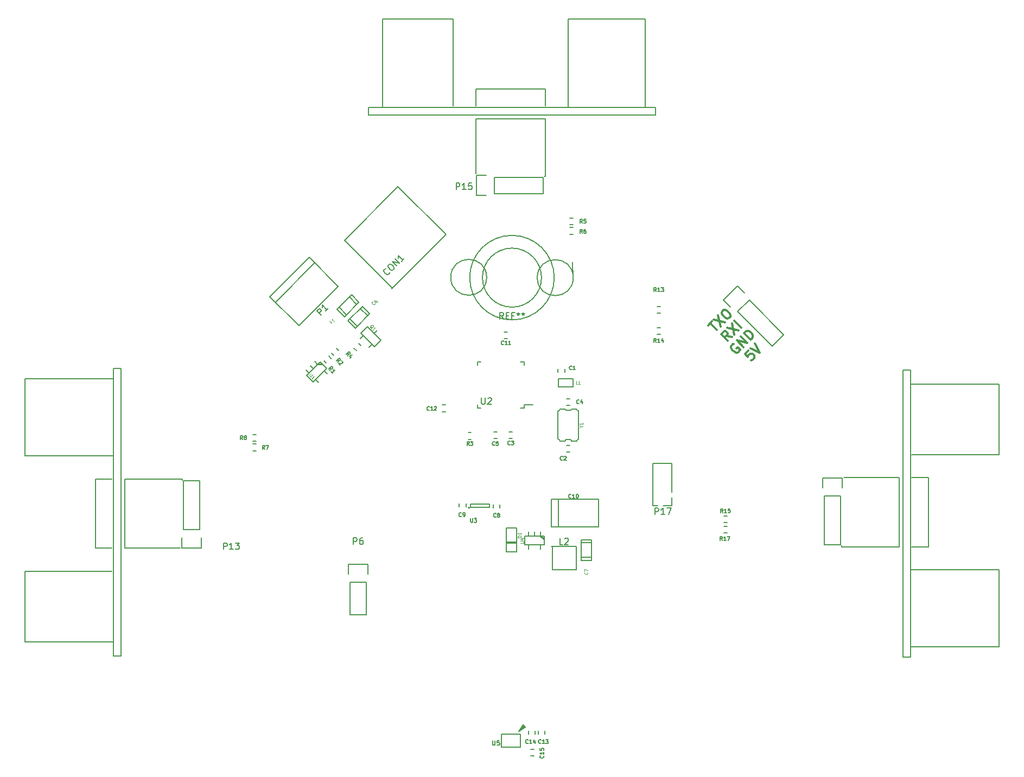
<source format=gbr>
G04 #@! TF.FileFunction,Legend,Top*
%FSLAX46Y46*%
G04 Gerber Fmt 4.6, Leading zero omitted, Abs format (unit mm)*
G04 Created by KiCad (PCBNEW (2015-07-04 BZR 5884, Git c1bbf3e)-product) date 02/05/2016 12:26:27 PM*
%MOMM*%
G01*
G04 APERTURE LIST*
%ADD10C,0.100000*%
%ADD11C,0.300000*%
%ADD12C,0.150000*%
%ADD13C,0.127000*%
%ADD14C,0.119380*%
%ADD15C,0.114300*%
%ADD16C,0.125000*%
G04 APERTURE END LIST*
D10*
D11*
X170609872Y-131837284D02*
X171215964Y-131231192D01*
X171973579Y-132594898D02*
X170912919Y-131534237D01*
X171468502Y-130978654D02*
X173236269Y-131332207D01*
X172175609Y-130271547D02*
X172529162Y-132039314D01*
X172781700Y-129665456D02*
X172983730Y-129463426D01*
X173135254Y-129412918D01*
X173337284Y-129412918D01*
X173589822Y-129564441D01*
X173943375Y-129917994D01*
X174094899Y-130170533D01*
X174094899Y-130372563D01*
X174044390Y-130524086D01*
X173842360Y-130726116D01*
X173690838Y-130776624D01*
X173488807Y-130776624D01*
X173236268Y-130625101D01*
X172882715Y-130271548D01*
X172731193Y-130019009D01*
X172731193Y-129816979D01*
X172781700Y-129665456D01*
X174301980Y-133660608D02*
X173443351Y-133509086D01*
X173695888Y-134266700D02*
X172635228Y-133206040D01*
X173039289Y-132801979D01*
X173190813Y-132751471D01*
X173291828Y-132751472D01*
X173443351Y-132801979D01*
X173594873Y-132953502D01*
X173645381Y-133105025D01*
X173645381Y-133206040D01*
X173594873Y-133357564D01*
X173190813Y-133761624D01*
X173594873Y-132246395D02*
X175362640Y-132599948D01*
X174301980Y-131539288D02*
X174655533Y-133307055D01*
X175766701Y-132195888D02*
X174706041Y-131135227D01*
X174610076Y-134726320D02*
X174458553Y-134776827D01*
X174307030Y-134928350D01*
X174206015Y-135130380D01*
X174206015Y-135332411D01*
X174256523Y-135483934D01*
X174408046Y-135736473D01*
X174559568Y-135887995D01*
X174812107Y-136039518D01*
X174963629Y-136090026D01*
X175165660Y-136090025D01*
X175367690Y-135989010D01*
X175468705Y-135887995D01*
X175569721Y-135685965D01*
X175569721Y-135584949D01*
X175216168Y-135231396D01*
X175014137Y-135433427D01*
X176125305Y-135231396D02*
X175064645Y-134170735D01*
X176731396Y-134625304D01*
X175670736Y-133564644D01*
X177236473Y-134120228D02*
X176175813Y-133059567D01*
X176428351Y-132807029D01*
X176630381Y-132706015D01*
X176832412Y-132706014D01*
X176983935Y-132756522D01*
X177236474Y-132908045D01*
X177387996Y-133059567D01*
X177539519Y-133312106D01*
X177590027Y-133463629D01*
X177590026Y-133665660D01*
X177489011Y-133867689D01*
X177236473Y-134120228D01*
X176862716Y-135766776D02*
X176357640Y-136271852D01*
X176812208Y-136827436D01*
X176812209Y-136726421D01*
X176862716Y-136574898D01*
X177115255Y-136322360D01*
X177266778Y-136271853D01*
X177367793Y-136271852D01*
X177519315Y-136322360D01*
X177771853Y-136574898D01*
X177822361Y-136726421D01*
X177822361Y-136827436D01*
X177771853Y-136978959D01*
X177519315Y-137231497D01*
X177367793Y-137282005D01*
X177266777Y-137282005D01*
X177216269Y-135413223D02*
X178630483Y-136120330D01*
X177923376Y-134706116D01*
D12*
X108377199Y-121224097D02*
X102225370Y-127375926D01*
X112906218Y-125753116D02*
X106754389Y-131904945D01*
X106754389Y-131904945D02*
X102225370Y-127375926D01*
X103095111Y-128245668D02*
X109246940Y-122093839D01*
X108377199Y-121224097D02*
X112906218Y-125753116D01*
X141875000Y-144775000D02*
X141875000Y-144250000D01*
X134625000Y-144775000D02*
X134625000Y-144250000D01*
X134625000Y-137525000D02*
X134625000Y-138050000D01*
X141875000Y-137525000D02*
X141875000Y-138050000D01*
X141875000Y-144775000D02*
X141350000Y-144775000D01*
X141875000Y-137525000D02*
X141350000Y-137525000D01*
X134625000Y-137525000D02*
X135150000Y-137525000D01*
X134625000Y-144775000D02*
X135150000Y-144775000D01*
X141875000Y-144250000D02*
X143250000Y-144250000D01*
X146596401Y-124400000D02*
G75*
G03X146596401Y-124400000I-6596401J0D01*
G01*
X136050000Y-124350000D02*
G75*
G03X136050000Y-124350000I-2800000J0D01*
G01*
X149551785Y-124400000D02*
G75*
G03X149551785Y-124400000I-2801785J0D01*
G01*
X149500000Y-124400000D02*
X149450000Y-121950000D01*
X144606517Y-124400000D02*
G75*
G03X144606517Y-124400000I-4606517J0D01*
G01*
X147175000Y-138650000D02*
X147175000Y-139150000D01*
X148225000Y-139150000D02*
X148225000Y-138650000D01*
X149050000Y-150575000D02*
X148550000Y-150575000D01*
X148550000Y-151625000D02*
X149050000Y-151625000D01*
X140050000Y-148475000D02*
X139550000Y-148475000D01*
X139550000Y-149525000D02*
X140050000Y-149525000D01*
X149050000Y-143275000D02*
X148550000Y-143275000D01*
X148550000Y-144325000D02*
X149050000Y-144325000D01*
X137150000Y-149525000D02*
X137650000Y-149525000D01*
X137650000Y-148475000D02*
X137150000Y-148475000D01*
X137075000Y-159850000D02*
X137075000Y-160350000D01*
X138125000Y-160350000D02*
X138125000Y-159850000D01*
X132825000Y-160150000D02*
X132825000Y-159650000D01*
X131775000Y-159650000D02*
X131775000Y-160150000D01*
X139250000Y-132875000D02*
X138750000Y-132875000D01*
X138750000Y-133925000D02*
X139250000Y-133925000D01*
X129150000Y-145325000D02*
X129650000Y-145325000D01*
X129650000Y-144275000D02*
X129150000Y-144275000D01*
X145125000Y-195650000D02*
X145125000Y-195150000D01*
X144075000Y-195150000D02*
X144075000Y-195650000D01*
X143625000Y-195650000D02*
X143625000Y-195150000D01*
X142575000Y-195150000D02*
X142575000Y-195650000D01*
X143450000Y-197975000D02*
X142950000Y-197975000D01*
X142950000Y-199025000D02*
X143450000Y-199025000D01*
D13*
X113017041Y-129033487D02*
X114166513Y-130182959D01*
X115782959Y-128566513D02*
X114633487Y-127417041D01*
X116106249Y-128243224D02*
X114956776Y-127093751D01*
X114956776Y-127093751D02*
X112693751Y-129356776D01*
X112693751Y-129356776D02*
X113843224Y-130506249D01*
X113843224Y-130506249D02*
X116106249Y-128243224D01*
X149543000Y-141435000D02*
X147257000Y-141435000D01*
X147257000Y-141435000D02*
X147257000Y-140165000D01*
X147257000Y-140165000D02*
X149543000Y-140165000D01*
X149543000Y-140165000D02*
X149543000Y-141435000D01*
D12*
X146104027Y-166296367D02*
X150004027Y-166296367D01*
X150004027Y-166296367D02*
X150004027Y-169996367D01*
X150004027Y-169996367D02*
X146304027Y-169996367D01*
X146304027Y-169996367D02*
X146304027Y-166296367D01*
X110651992Y-137394454D02*
X111005546Y-137748008D01*
X111748008Y-137005546D02*
X111394454Y-136651992D01*
X112948008Y-135805546D02*
X112594454Y-135451992D01*
X111851992Y-136194454D02*
X112205546Y-136548008D01*
X133650000Y-148575000D02*
X133150000Y-148575000D01*
X133150000Y-149625000D02*
X133650000Y-149625000D01*
X115351992Y-135394454D02*
X115705546Y-135748008D01*
X116448008Y-135005546D02*
X116094454Y-134651992D01*
D13*
X109607763Y-138004409D02*
X110523749Y-138004409D01*
X109715526Y-137896646D02*
X110415986Y-137896646D01*
X109320395Y-140267433D02*
X109787368Y-140734407D01*
X110667433Y-138920395D02*
X111134407Y-139387368D01*
X109006086Y-138606086D02*
X108539113Y-138139113D01*
X108332567Y-139279605D02*
X107865593Y-138812632D01*
X109679605Y-137932567D02*
X109212632Y-137465593D01*
X111053584Y-138534244D02*
X108934244Y-140653584D01*
X108934244Y-140653584D02*
X107946416Y-139665756D01*
X107946416Y-139665756D02*
X110065756Y-137546416D01*
X110065756Y-137546416D02*
X111053584Y-138534244D01*
D12*
X133400000Y-160300000D02*
G75*
G03X133400000Y-160300000I-100000J0D01*
G01*
X133550000Y-159750000D02*
X133550000Y-160250000D01*
X136450000Y-159750000D02*
X133550000Y-159750000D01*
X136450000Y-160250000D02*
X136450000Y-159750000D01*
X133550000Y-160250000D02*
X136450000Y-160250000D01*
D13*
X144354927Y-164697867D02*
X145002627Y-165345567D01*
X144507327Y-164697867D02*
X145002627Y-165193167D01*
X142551527Y-166094867D02*
X142551527Y-166755267D01*
X144456527Y-166094867D02*
X144456527Y-166755267D01*
X143504027Y-164697867D02*
X143504027Y-164037467D01*
X142551527Y-164697867D02*
X142551527Y-164037467D01*
X144456527Y-164697867D02*
X144456527Y-164037467D01*
X145002627Y-166094867D02*
X142005427Y-166094867D01*
X142005427Y-166094867D02*
X142005427Y-164697867D01*
X142005427Y-164697867D02*
X145002627Y-164697867D01*
X145002627Y-164697867D02*
X145002627Y-166094867D01*
D12*
X150400000Y-149600000D02*
G75*
G03X150100000Y-149900000I0J-300000D01*
G01*
X150100000Y-144900000D02*
G75*
G03X150400000Y-145200000I300000J0D01*
G01*
X150400000Y-145200000D02*
X150400000Y-149600000D01*
X149300000Y-144900000D02*
X150100000Y-144900000D01*
X149300000Y-149900000D02*
X150100000Y-149900000D01*
X148400000Y-149700000D02*
X149200000Y-149700000D01*
X148400000Y-149700000D02*
X148300000Y-149900000D01*
X149200000Y-149700000D02*
X149300000Y-149900000D01*
X147500000Y-149900000D02*
X148300000Y-149900000D01*
X147500000Y-149900000D02*
G75*
G03X147200000Y-149600000I-300000J0D01*
G01*
X147200000Y-145200000D02*
X147200000Y-149600000D01*
X147500000Y-144900000D02*
X148300000Y-144900000D01*
X147200000Y-145200000D02*
G75*
G03X147500000Y-144900000I0J300000D01*
G01*
X148300000Y-144900000D02*
X148400000Y-145100000D01*
X149300000Y-144900000D02*
X149200000Y-145100000D01*
X148400000Y-145100000D02*
X149200000Y-145100000D01*
D13*
X140704127Y-165650467D02*
X139103927Y-165650467D01*
X139103927Y-165723467D02*
X140704127Y-165723467D01*
X140704127Y-165796467D02*
X139103927Y-165796467D01*
X140704127Y-167150567D02*
X140704127Y-163442167D01*
X140704127Y-163442167D02*
X139103927Y-163442167D01*
X139103927Y-163442167D02*
X139103927Y-167150567D01*
X139103927Y-167150567D02*
X140704127Y-167150567D01*
D12*
X147260000Y-163259000D02*
X147260000Y-158941000D01*
X153483000Y-163259000D02*
X153483000Y-158941000D01*
X153483000Y-158941000D02*
X146117000Y-158941000D01*
X146117000Y-158941000D02*
X146117000Y-163259000D01*
X146117000Y-163259000D02*
X153483000Y-163259000D01*
D13*
X150791227Y-168039367D02*
X152416827Y-168039367D01*
X152416827Y-165753367D02*
X150791227Y-165753367D01*
X152416827Y-165296167D02*
X150791227Y-165296167D01*
X150791227Y-165296167D02*
X150791227Y-168496567D01*
X150791227Y-168496567D02*
X152416827Y-168496567D01*
X152416827Y-168496567D02*
X152416827Y-165296167D01*
D12*
X77600000Y-166600000D02*
X75000000Y-166600000D01*
X75000000Y-166600000D02*
X75000000Y-155800000D01*
X75000000Y-155800000D02*
X77600000Y-155800000D01*
X77800000Y-140200000D02*
X64000000Y-140200000D01*
X64000000Y-140200000D02*
X64000000Y-152200000D01*
X64000000Y-152200000D02*
X77800000Y-152200000D01*
X77800000Y-181200000D02*
X64000000Y-181200000D01*
X64000000Y-181200000D02*
X64000000Y-170200000D01*
X64000000Y-170200000D02*
X77600000Y-170200000D01*
X77800000Y-138600000D02*
X77800000Y-183400000D01*
X77800000Y-183400000D02*
X79000000Y-183400000D01*
X79000000Y-183400000D02*
X79000000Y-138600000D01*
X79000000Y-138600000D02*
X77800000Y-138600000D01*
X88200000Y-166600000D02*
X79600000Y-166600000D01*
X79600000Y-166600000D02*
X79600000Y-155800000D01*
X79600000Y-155800000D02*
X88600000Y-155800000D01*
X88600000Y-155800000D02*
X88600000Y-156000000D01*
X91270000Y-163730000D02*
X91270000Y-156110000D01*
X88730000Y-163730000D02*
X88730000Y-156110000D01*
X88450000Y-166550000D02*
X88450000Y-165000000D01*
X91270000Y-156110000D02*
X88730000Y-156110000D01*
X88730000Y-163730000D02*
X91270000Y-163730000D01*
X91550000Y-165000000D02*
X91550000Y-166550000D01*
X91550000Y-166550000D02*
X88450000Y-166550000D01*
X134400000Y-97600000D02*
X134400000Y-95000000D01*
X134400000Y-95000000D02*
X145200000Y-95000000D01*
X145200000Y-95000000D02*
X145200000Y-97600000D01*
X160800000Y-97800000D02*
X160800000Y-84000000D01*
X160800000Y-84000000D02*
X148800000Y-84000000D01*
X148800000Y-84000000D02*
X148800000Y-97800000D01*
X119800000Y-97800000D02*
X119800000Y-84000000D01*
X119800000Y-84000000D02*
X130800000Y-84000000D01*
X130800000Y-84000000D02*
X130800000Y-97600000D01*
X162400000Y-97800000D02*
X117600000Y-97800000D01*
X117600000Y-97800000D02*
X117600000Y-99000000D01*
X117600000Y-99000000D02*
X162400000Y-99000000D01*
X162400000Y-99000000D02*
X162400000Y-97800000D01*
X134400000Y-108200000D02*
X134400000Y-99600000D01*
X134400000Y-99600000D02*
X145200000Y-99600000D01*
X145200000Y-99600000D02*
X145200000Y-108600000D01*
X145200000Y-108600000D02*
X145000000Y-108600000D01*
X137270000Y-111270000D02*
X144890000Y-111270000D01*
X137270000Y-108730000D02*
X144890000Y-108730000D01*
X134450000Y-108450000D02*
X136000000Y-108450000D01*
X144890000Y-111270000D02*
X144890000Y-108730000D01*
X137270000Y-108730000D02*
X137270000Y-111270000D01*
X136000000Y-111550000D02*
X134450000Y-111550000D01*
X134450000Y-111550000D02*
X134450000Y-108450000D01*
X202400000Y-155590000D02*
X205000000Y-155590000D01*
X205000000Y-155590000D02*
X205000000Y-166390000D01*
X205000000Y-166390000D02*
X202400000Y-166390000D01*
X202200000Y-181990000D02*
X216000000Y-181990000D01*
X216000000Y-181990000D02*
X216000000Y-169990000D01*
X216000000Y-169990000D02*
X202200000Y-169990000D01*
X202200000Y-140990000D02*
X216000000Y-140990000D01*
X216000000Y-140990000D02*
X216000000Y-151990000D01*
X216000000Y-151990000D02*
X202400000Y-151990000D01*
X202200000Y-183590000D02*
X202200000Y-138790000D01*
X202200000Y-138790000D02*
X201000000Y-138790000D01*
X201000000Y-138790000D02*
X201000000Y-183590000D01*
X201000000Y-183590000D02*
X202200000Y-183590000D01*
X191800000Y-155590000D02*
X200400000Y-155590000D01*
X200400000Y-155590000D02*
X200400000Y-166390000D01*
X200400000Y-166390000D02*
X191400000Y-166390000D01*
X191400000Y-166390000D02*
X191400000Y-166190000D01*
X188730000Y-158460000D02*
X188730000Y-166080000D01*
X191270000Y-158460000D02*
X191270000Y-166080000D01*
X191550000Y-155640000D02*
X191550000Y-157190000D01*
X188730000Y-166080000D02*
X191270000Y-166080000D01*
X191270000Y-158460000D02*
X188730000Y-158460000D01*
X188450000Y-157190000D02*
X188450000Y-155640000D01*
X188450000Y-155640000D02*
X191550000Y-155640000D01*
X161970000Y-160000000D02*
X162770000Y-160000000D01*
X161970000Y-153350000D02*
X161970000Y-160000000D01*
X161970000Y-153350000D02*
X164920000Y-153350000D01*
X164920000Y-153350000D02*
X164920000Y-157900000D01*
X163570000Y-160000000D02*
X164920000Y-160000000D01*
X164920000Y-160000000D02*
X164920000Y-158700000D01*
D13*
X117482959Y-130366513D02*
X116333487Y-129217041D01*
X114717041Y-130833487D02*
X115866513Y-131982959D01*
X114393751Y-131156776D02*
X115543224Y-132306249D01*
X115543224Y-132306249D02*
X117806249Y-130043224D01*
X117806249Y-130043224D02*
X116656776Y-128893751D01*
X116656776Y-128893751D02*
X114393751Y-131156776D01*
X118179605Y-134767433D02*
X117712632Y-135234407D01*
X116832567Y-133420395D02*
X116365593Y-133887368D01*
X118493914Y-133106086D02*
X118960887Y-132639113D01*
X117434244Y-132046416D02*
X119553584Y-134165756D01*
X119553584Y-134165756D02*
X118565756Y-135153584D01*
X118565756Y-135153584D02*
X116446416Y-133034244D01*
X116446416Y-133034244D02*
X117434244Y-132046416D01*
D12*
X138350000Y-197650000D02*
X141350000Y-197650000D01*
X141350000Y-197650000D02*
X141350000Y-195650000D01*
X141350000Y-195650000D02*
X138350000Y-195650000D01*
X138350000Y-195650000D02*
X138350000Y-197650000D01*
X141050000Y-195200000D02*
X141800000Y-194250000D01*
X141050000Y-195200000D02*
X142000000Y-194450000D01*
X142075000Y-194525000D02*
X141725000Y-194175000D01*
X141725000Y-194175000D02*
X141050000Y-195200000D01*
X141050000Y-195200000D02*
X142075000Y-194525000D01*
X141050000Y-195200000D02*
X141900000Y-194350000D01*
X163150000Y-128875000D02*
X162650000Y-128875000D01*
X162650000Y-129925000D02*
X163150000Y-129925000D01*
X163150000Y-132175000D02*
X162650000Y-132175000D01*
X162650000Y-133225000D02*
X163150000Y-133225000D01*
X121210051Y-126160660D02*
X129695332Y-117675379D01*
X129695332Y-117675379D02*
X122200000Y-110180047D01*
X122200000Y-110180047D02*
X113856140Y-118594618D01*
X113856140Y-118594618D02*
X121316117Y-126054594D01*
X175207898Y-129703949D02*
X180596052Y-135092103D01*
X177003949Y-127907898D02*
X182392103Y-133296052D01*
X175207898Y-125715867D02*
X176303914Y-126811882D01*
X180596052Y-135092103D02*
X182392103Y-133296052D01*
X177003949Y-127907898D02*
X175207898Y-129703949D01*
X174111882Y-129003914D02*
X173015867Y-127907898D01*
X173015867Y-127907898D02*
X175207898Y-125715867D01*
X114730000Y-171930000D02*
X114730000Y-177010000D01*
X114730000Y-177010000D02*
X117270000Y-177010000D01*
X117270000Y-177010000D02*
X117270000Y-171930000D01*
X117550000Y-169110000D02*
X117550000Y-170660000D01*
X117270000Y-171930000D02*
X114730000Y-171930000D01*
X114450000Y-170660000D02*
X114450000Y-169110000D01*
X114450000Y-169110000D02*
X117550000Y-169110000D01*
X149550000Y-115075000D02*
X149050000Y-115075000D01*
X149050000Y-116125000D02*
X149550000Y-116125000D01*
X149050000Y-117625000D02*
X149550000Y-117625000D01*
X149550000Y-116575000D02*
X149050000Y-116575000D01*
X99550000Y-151425000D02*
X100050000Y-151425000D01*
X100050000Y-150375000D02*
X99550000Y-150375000D01*
X100050000Y-148875000D02*
X99550000Y-148875000D01*
X99550000Y-149925000D02*
X100050000Y-149925000D01*
X173550000Y-161575000D02*
X173050000Y-161575000D01*
X173050000Y-162625000D02*
X173550000Y-162625000D01*
X173050000Y-164225000D02*
X173550000Y-164225000D01*
X173550000Y-163175000D02*
X173050000Y-163175000D01*
X110237488Y-130281312D02*
X109530381Y-129574205D01*
X109799755Y-129304830D01*
X109900771Y-129271159D01*
X109968114Y-129271159D01*
X110069129Y-129304830D01*
X110170144Y-129405846D01*
X110203816Y-129506861D01*
X110203816Y-129574204D01*
X110170144Y-129675219D01*
X109900770Y-129944594D01*
X111314984Y-129203815D02*
X110910923Y-129607877D01*
X111112953Y-129405846D02*
X110405846Y-128698740D01*
X110439518Y-128867098D01*
X110439518Y-129001785D01*
X110405846Y-129102800D01*
X135238095Y-143152381D02*
X135238095Y-143961905D01*
X135285714Y-144057143D01*
X135333333Y-144104762D01*
X135428571Y-144152381D01*
X135619048Y-144152381D01*
X135714286Y-144104762D01*
X135761905Y-144057143D01*
X135809524Y-143961905D01*
X135809524Y-143152381D01*
X136238095Y-143247619D02*
X136285714Y-143200000D01*
X136380952Y-143152381D01*
X136619048Y-143152381D01*
X136714286Y-143200000D01*
X136761905Y-143247619D01*
X136809524Y-143342857D01*
X136809524Y-143438095D01*
X136761905Y-143580952D01*
X136190476Y-144152381D01*
X136809524Y-144152381D01*
X138666667Y-130852381D02*
X138333333Y-130376190D01*
X138095238Y-130852381D02*
X138095238Y-129852381D01*
X138476191Y-129852381D01*
X138571429Y-129900000D01*
X138619048Y-129947619D01*
X138666667Y-130042857D01*
X138666667Y-130185714D01*
X138619048Y-130280952D01*
X138571429Y-130328571D01*
X138476191Y-130376190D01*
X138095238Y-130376190D01*
X139095238Y-130328571D02*
X139428572Y-130328571D01*
X139571429Y-130852381D02*
X139095238Y-130852381D01*
X139095238Y-129852381D01*
X139571429Y-129852381D01*
X140333334Y-130328571D02*
X140000000Y-130328571D01*
X140000000Y-130852381D02*
X140000000Y-129852381D01*
X140476191Y-129852381D01*
X141000000Y-129852381D02*
X141000000Y-130090476D01*
X140761905Y-129995238D02*
X141000000Y-130090476D01*
X141238096Y-129995238D01*
X140857143Y-130280952D02*
X141000000Y-130090476D01*
X141142858Y-130280952D01*
X141761905Y-129852381D02*
X141761905Y-130090476D01*
X141523810Y-129995238D02*
X141761905Y-130090476D01*
X142000001Y-129995238D01*
X141619048Y-130280952D02*
X141761905Y-130090476D01*
X141904763Y-130280952D01*
X149325000Y-138714286D02*
X149296429Y-138742857D01*
X149210715Y-138771429D01*
X149153572Y-138771429D01*
X149067857Y-138742857D01*
X149010715Y-138685714D01*
X148982143Y-138628571D01*
X148953572Y-138514286D01*
X148953572Y-138428571D01*
X148982143Y-138314286D01*
X149010715Y-138257143D01*
X149067857Y-138200000D01*
X149153572Y-138171429D01*
X149210715Y-138171429D01*
X149296429Y-138200000D01*
X149325000Y-138228571D01*
X149896429Y-138771429D02*
X149553572Y-138771429D01*
X149725000Y-138771429D02*
X149725000Y-138171429D01*
X149667857Y-138257143D01*
X149610715Y-138314286D01*
X149553572Y-138342857D01*
X147900000Y-152814286D02*
X147871429Y-152842857D01*
X147785715Y-152871429D01*
X147728572Y-152871429D01*
X147642857Y-152842857D01*
X147585715Y-152785714D01*
X147557143Y-152728571D01*
X147528572Y-152614286D01*
X147528572Y-152528571D01*
X147557143Y-152414286D01*
X147585715Y-152357143D01*
X147642857Y-152300000D01*
X147728572Y-152271429D01*
X147785715Y-152271429D01*
X147871429Y-152300000D01*
X147900000Y-152328571D01*
X148128572Y-152328571D02*
X148157143Y-152300000D01*
X148214286Y-152271429D01*
X148357143Y-152271429D01*
X148414286Y-152300000D01*
X148442857Y-152328571D01*
X148471429Y-152385714D01*
X148471429Y-152442857D01*
X148442857Y-152528571D01*
X148100000Y-152871429D01*
X148471429Y-152871429D01*
X139700000Y-150414286D02*
X139671429Y-150442857D01*
X139585715Y-150471429D01*
X139528572Y-150471429D01*
X139442857Y-150442857D01*
X139385715Y-150385714D01*
X139357143Y-150328571D01*
X139328572Y-150214286D01*
X139328572Y-150128571D01*
X139357143Y-150014286D01*
X139385715Y-149957143D01*
X139442857Y-149900000D01*
X139528572Y-149871429D01*
X139585715Y-149871429D01*
X139671429Y-149900000D01*
X139700000Y-149928571D01*
X139900000Y-149871429D02*
X140271429Y-149871429D01*
X140071429Y-150100000D01*
X140157143Y-150100000D01*
X140214286Y-150128571D01*
X140242857Y-150157143D01*
X140271429Y-150214286D01*
X140271429Y-150357143D01*
X140242857Y-150414286D01*
X140214286Y-150442857D01*
X140157143Y-150471429D01*
X139985715Y-150471429D01*
X139928572Y-150442857D01*
X139900000Y-150414286D01*
X150475000Y-143989286D02*
X150446429Y-144017857D01*
X150360715Y-144046429D01*
X150303572Y-144046429D01*
X150217857Y-144017857D01*
X150160715Y-143960714D01*
X150132143Y-143903571D01*
X150103572Y-143789286D01*
X150103572Y-143703571D01*
X150132143Y-143589286D01*
X150160715Y-143532143D01*
X150217857Y-143475000D01*
X150303572Y-143446429D01*
X150360715Y-143446429D01*
X150446429Y-143475000D01*
X150475000Y-143503571D01*
X150989286Y-143646429D02*
X150989286Y-144046429D01*
X150846429Y-143417857D02*
X150703572Y-143846429D01*
X151075000Y-143846429D01*
X137300000Y-150514286D02*
X137271429Y-150542857D01*
X137185715Y-150571429D01*
X137128572Y-150571429D01*
X137042857Y-150542857D01*
X136985715Y-150485714D01*
X136957143Y-150428571D01*
X136928572Y-150314286D01*
X136928572Y-150228571D01*
X136957143Y-150114286D01*
X136985715Y-150057143D01*
X137042857Y-150000000D01*
X137128572Y-149971429D01*
X137185715Y-149971429D01*
X137271429Y-150000000D01*
X137300000Y-150028571D01*
X137842857Y-149971429D02*
X137557143Y-149971429D01*
X137528572Y-150257143D01*
X137557143Y-150228571D01*
X137614286Y-150200000D01*
X137757143Y-150200000D01*
X137814286Y-150228571D01*
X137842857Y-150257143D01*
X137871429Y-150314286D01*
X137871429Y-150457143D01*
X137842857Y-150514286D01*
X137814286Y-150542857D01*
X137757143Y-150571429D01*
X137614286Y-150571429D01*
X137557143Y-150542857D01*
X137528572Y-150514286D01*
X137500000Y-161714286D02*
X137471429Y-161742857D01*
X137385715Y-161771429D01*
X137328572Y-161771429D01*
X137242857Y-161742857D01*
X137185715Y-161685714D01*
X137157143Y-161628571D01*
X137128572Y-161514286D01*
X137128572Y-161428571D01*
X137157143Y-161314286D01*
X137185715Y-161257143D01*
X137242857Y-161200000D01*
X137328572Y-161171429D01*
X137385715Y-161171429D01*
X137471429Y-161200000D01*
X137500000Y-161228571D01*
X137842857Y-161428571D02*
X137785715Y-161400000D01*
X137757143Y-161371429D01*
X137728572Y-161314286D01*
X137728572Y-161285714D01*
X137757143Y-161228571D01*
X137785715Y-161200000D01*
X137842857Y-161171429D01*
X137957143Y-161171429D01*
X138014286Y-161200000D01*
X138042857Y-161228571D01*
X138071429Y-161285714D01*
X138071429Y-161314286D01*
X138042857Y-161371429D01*
X138014286Y-161400000D01*
X137957143Y-161428571D01*
X137842857Y-161428571D01*
X137785715Y-161457143D01*
X137757143Y-161485714D01*
X137728572Y-161542857D01*
X137728572Y-161657143D01*
X137757143Y-161714286D01*
X137785715Y-161742857D01*
X137842857Y-161771429D01*
X137957143Y-161771429D01*
X138014286Y-161742857D01*
X138042857Y-161714286D01*
X138071429Y-161657143D01*
X138071429Y-161542857D01*
X138042857Y-161485714D01*
X138014286Y-161457143D01*
X137957143Y-161428571D01*
X132100000Y-161614286D02*
X132071429Y-161642857D01*
X131985715Y-161671429D01*
X131928572Y-161671429D01*
X131842857Y-161642857D01*
X131785715Y-161585714D01*
X131757143Y-161528571D01*
X131728572Y-161414286D01*
X131728572Y-161328571D01*
X131757143Y-161214286D01*
X131785715Y-161157143D01*
X131842857Y-161100000D01*
X131928572Y-161071429D01*
X131985715Y-161071429D01*
X132071429Y-161100000D01*
X132100000Y-161128571D01*
X132385715Y-161671429D02*
X132500000Y-161671429D01*
X132557143Y-161642857D01*
X132585715Y-161614286D01*
X132642857Y-161528571D01*
X132671429Y-161414286D01*
X132671429Y-161185714D01*
X132642857Y-161128571D01*
X132614286Y-161100000D01*
X132557143Y-161071429D01*
X132442857Y-161071429D01*
X132385715Y-161100000D01*
X132357143Y-161128571D01*
X132328572Y-161185714D01*
X132328572Y-161328571D01*
X132357143Y-161385714D01*
X132385715Y-161414286D01*
X132442857Y-161442857D01*
X132557143Y-161442857D01*
X132614286Y-161414286D01*
X132642857Y-161385714D01*
X132671429Y-161328571D01*
X138689285Y-134814286D02*
X138660714Y-134842857D01*
X138575000Y-134871429D01*
X138517857Y-134871429D01*
X138432142Y-134842857D01*
X138375000Y-134785714D01*
X138346428Y-134728571D01*
X138317857Y-134614286D01*
X138317857Y-134528571D01*
X138346428Y-134414286D01*
X138375000Y-134357143D01*
X138432142Y-134300000D01*
X138517857Y-134271429D01*
X138575000Y-134271429D01*
X138660714Y-134300000D01*
X138689285Y-134328571D01*
X139260714Y-134871429D02*
X138917857Y-134871429D01*
X139089285Y-134871429D02*
X139089285Y-134271429D01*
X139032142Y-134357143D01*
X138975000Y-134414286D01*
X138917857Y-134442857D01*
X139832143Y-134871429D02*
X139489286Y-134871429D01*
X139660714Y-134871429D02*
X139660714Y-134271429D01*
X139603571Y-134357143D01*
X139546429Y-134414286D01*
X139489286Y-134442857D01*
X127089285Y-145064286D02*
X127060714Y-145092857D01*
X126975000Y-145121429D01*
X126917857Y-145121429D01*
X126832142Y-145092857D01*
X126775000Y-145035714D01*
X126746428Y-144978571D01*
X126717857Y-144864286D01*
X126717857Y-144778571D01*
X126746428Y-144664286D01*
X126775000Y-144607143D01*
X126832142Y-144550000D01*
X126917857Y-144521429D01*
X126975000Y-144521429D01*
X127060714Y-144550000D01*
X127089285Y-144578571D01*
X127660714Y-145121429D02*
X127317857Y-145121429D01*
X127489285Y-145121429D02*
X127489285Y-144521429D01*
X127432142Y-144607143D01*
X127375000Y-144664286D01*
X127317857Y-144692857D01*
X127889286Y-144578571D02*
X127917857Y-144550000D01*
X127975000Y-144521429D01*
X128117857Y-144521429D01*
X128175000Y-144550000D01*
X128203571Y-144578571D01*
X128232143Y-144635714D01*
X128232143Y-144692857D01*
X128203571Y-144778571D01*
X127860714Y-145121429D01*
X128232143Y-145121429D01*
X144514285Y-197014286D02*
X144485714Y-197042857D01*
X144400000Y-197071429D01*
X144342857Y-197071429D01*
X144257142Y-197042857D01*
X144200000Y-196985714D01*
X144171428Y-196928571D01*
X144142857Y-196814286D01*
X144142857Y-196728571D01*
X144171428Y-196614286D01*
X144200000Y-196557143D01*
X144257142Y-196500000D01*
X144342857Y-196471429D01*
X144400000Y-196471429D01*
X144485714Y-196500000D01*
X144514285Y-196528571D01*
X145085714Y-197071429D02*
X144742857Y-197071429D01*
X144914285Y-197071429D02*
X144914285Y-196471429D01*
X144857142Y-196557143D01*
X144800000Y-196614286D01*
X144742857Y-196642857D01*
X145285714Y-196471429D02*
X145657143Y-196471429D01*
X145457143Y-196700000D01*
X145542857Y-196700000D01*
X145600000Y-196728571D01*
X145628571Y-196757143D01*
X145657143Y-196814286D01*
X145657143Y-196957143D01*
X145628571Y-197014286D01*
X145600000Y-197042857D01*
X145542857Y-197071429D01*
X145371429Y-197071429D01*
X145314286Y-197042857D01*
X145285714Y-197014286D01*
X142514285Y-197014286D02*
X142485714Y-197042857D01*
X142400000Y-197071429D01*
X142342857Y-197071429D01*
X142257142Y-197042857D01*
X142200000Y-196985714D01*
X142171428Y-196928571D01*
X142142857Y-196814286D01*
X142142857Y-196728571D01*
X142171428Y-196614286D01*
X142200000Y-196557143D01*
X142257142Y-196500000D01*
X142342857Y-196471429D01*
X142400000Y-196471429D01*
X142485714Y-196500000D01*
X142514285Y-196528571D01*
X143085714Y-197071429D02*
X142742857Y-197071429D01*
X142914285Y-197071429D02*
X142914285Y-196471429D01*
X142857142Y-196557143D01*
X142800000Y-196614286D01*
X142742857Y-196642857D01*
X143600000Y-196671429D02*
X143600000Y-197071429D01*
X143457143Y-196442857D02*
X143314286Y-196871429D01*
X143685714Y-196871429D01*
X144914286Y-198985715D02*
X144942857Y-199014286D01*
X144971429Y-199100000D01*
X144971429Y-199157143D01*
X144942857Y-199242858D01*
X144885714Y-199300000D01*
X144828571Y-199328572D01*
X144714286Y-199357143D01*
X144628571Y-199357143D01*
X144514286Y-199328572D01*
X144457143Y-199300000D01*
X144400000Y-199242858D01*
X144371429Y-199157143D01*
X144371429Y-199100000D01*
X144400000Y-199014286D01*
X144428571Y-198985715D01*
X144971429Y-198414286D02*
X144971429Y-198757143D01*
X144971429Y-198585715D02*
X144371429Y-198585715D01*
X144457143Y-198642858D01*
X144514286Y-198700000D01*
X144542857Y-198757143D01*
X144371429Y-197871429D02*
X144371429Y-198157143D01*
X144657143Y-198185714D01*
X144628571Y-198157143D01*
X144600000Y-198100000D01*
X144600000Y-197957143D01*
X144628571Y-197900000D01*
X144657143Y-197871429D01*
X144714286Y-197842857D01*
X144857143Y-197842857D01*
X144914286Y-197871429D01*
X144942857Y-197900000D01*
X144971429Y-197957143D01*
X144971429Y-198100000D01*
X144942857Y-198157143D01*
X144914286Y-198185714D01*
D14*
X111817269Y-131261476D02*
X111699328Y-131379416D01*
X111884663Y-131564751D02*
X111530841Y-131210929D01*
X111699328Y-131042442D01*
X112373275Y-131076140D02*
X112171090Y-131278324D01*
X112272182Y-131177232D02*
X111918360Y-130823410D01*
X111935209Y-130907653D01*
X111935209Y-130975047D01*
X111918360Y-131025594D01*
D15*
X150223800Y-141054810D02*
X150006086Y-141054810D01*
X150006086Y-140546810D01*
X150615686Y-141054810D02*
X150354429Y-141054810D01*
X150485057Y-141054810D02*
X150485057Y-140546810D01*
X150441514Y-140619381D01*
X150397972Y-140667762D01*
X150354429Y-140691952D01*
D12*
X147937361Y-166048748D02*
X147461170Y-166048748D01*
X147461170Y-165048748D01*
X148223075Y-165143986D02*
X148270694Y-165096367D01*
X148365932Y-165048748D01*
X148604028Y-165048748D01*
X148699266Y-165096367D01*
X148746885Y-165143986D01*
X148794504Y-165239224D01*
X148794504Y-165334462D01*
X148746885Y-165477319D01*
X148175456Y-166048748D01*
X148794504Y-166048748D01*
X111637360Y-138921219D02*
X111697970Y-138577766D01*
X111394924Y-138678782D02*
X111819188Y-138254518D01*
X111980812Y-138416143D01*
X112001015Y-138476751D01*
X112001016Y-138517157D01*
X111980812Y-138577766D01*
X111920203Y-138638376D01*
X111859595Y-138658579D01*
X111819188Y-138658579D01*
X111758579Y-138638376D01*
X111596955Y-138476751D01*
X112041421Y-139325280D02*
X111798985Y-139082843D01*
X111920203Y-139204061D02*
X112344467Y-138779797D01*
X112243452Y-138800000D01*
X112162640Y-138800001D01*
X112102031Y-138779797D01*
X112837360Y-137621219D02*
X112897970Y-137277766D01*
X112594924Y-137378782D02*
X113019188Y-136954518D01*
X113180812Y-137116143D01*
X113201015Y-137176751D01*
X113201016Y-137217157D01*
X113180812Y-137277766D01*
X113120203Y-137338376D01*
X113059595Y-137358579D01*
X113019188Y-137358579D01*
X112958579Y-137338376D01*
X112796955Y-137176751D01*
X113382843Y-137398985D02*
X113423249Y-137398985D01*
X113483858Y-137419188D01*
X113584873Y-137520203D01*
X113605076Y-137580812D01*
X113605076Y-137621218D01*
X113584874Y-137681828D01*
X113544468Y-137722234D01*
X113463655Y-137762639D01*
X112978781Y-137762640D01*
X113241421Y-138025280D01*
X133325000Y-150571429D02*
X133125000Y-150285714D01*
X132982143Y-150571429D02*
X132982143Y-149971429D01*
X133210715Y-149971429D01*
X133267857Y-150000000D01*
X133296429Y-150028571D01*
X133325000Y-150085714D01*
X133325000Y-150171429D01*
X133296429Y-150228571D01*
X133267857Y-150257143D01*
X133210715Y-150285714D01*
X132982143Y-150285714D01*
X133525000Y-149971429D02*
X133896429Y-149971429D01*
X133696429Y-150200000D01*
X133782143Y-150200000D01*
X133839286Y-150228571D01*
X133867857Y-150257143D01*
X133896429Y-150314286D01*
X133896429Y-150457143D01*
X133867857Y-150514286D01*
X133839286Y-150542857D01*
X133782143Y-150571429D01*
X133610715Y-150571429D01*
X133553572Y-150542857D01*
X133525000Y-150514286D01*
X114364568Y-136594011D02*
X114425178Y-136250558D01*
X114122132Y-136351574D02*
X114546396Y-135927310D01*
X114708020Y-136088935D01*
X114728223Y-136149543D01*
X114728224Y-136189949D01*
X114708020Y-136250558D01*
X114647411Y-136311168D01*
X114586803Y-136331371D01*
X114546396Y-136331371D01*
X114485787Y-136311168D01*
X114324163Y-136149543D01*
X115011066Y-136674823D02*
X114728223Y-136957666D01*
X115071676Y-136412183D02*
X114667614Y-136614214D01*
X114930253Y-136876853D01*
D16*
X108724239Y-139337013D02*
X108438029Y-139623223D01*
X108421193Y-139673731D01*
X108421193Y-139707403D01*
X108438029Y-139757910D01*
X108505373Y-139825254D01*
X108555880Y-139842090D01*
X108589552Y-139842089D01*
X108640060Y-139825254D01*
X108926269Y-139539044D01*
X108926269Y-140246150D02*
X108724239Y-140044120D01*
X108825254Y-140145135D02*
X109178808Y-139791582D01*
X109094628Y-139808418D01*
X109027285Y-139808418D01*
X108976777Y-139791583D01*
D12*
X133542857Y-161971429D02*
X133542857Y-162457143D01*
X133571429Y-162514286D01*
X133600000Y-162542857D01*
X133657143Y-162571429D01*
X133771429Y-162571429D01*
X133828571Y-162542857D01*
X133857143Y-162514286D01*
X133885714Y-162457143D01*
X133885714Y-161971429D01*
X134114285Y-161971429D02*
X134485714Y-161971429D01*
X134285714Y-162200000D01*
X134371428Y-162200000D01*
X134428571Y-162228571D01*
X134457142Y-162257143D01*
X134485714Y-162314286D01*
X134485714Y-162457143D01*
X134457142Y-162514286D01*
X134428571Y-162542857D01*
X134371428Y-162571429D01*
X134200000Y-162571429D01*
X134142857Y-162542857D01*
X134114285Y-162514286D01*
D16*
X141340217Y-165817319D02*
X141744979Y-165817319D01*
X141792598Y-165793510D01*
X141816408Y-165769700D01*
X141840217Y-165722081D01*
X141840217Y-165626843D01*
X141816408Y-165579224D01*
X141792598Y-165555415D01*
X141744979Y-165531605D01*
X141340217Y-165531605D01*
X141506884Y-165079224D02*
X141840217Y-165079224D01*
X141316408Y-165198271D02*
X141673551Y-165317319D01*
X141673551Y-165007795D01*
X150788095Y-147638094D02*
X151026190Y-147638094D01*
X150526190Y-147804761D02*
X150788095Y-147638094D01*
X150526190Y-147471428D01*
X151026190Y-147042857D02*
X151026190Y-147328571D01*
X151026190Y-147185714D02*
X150526190Y-147185714D01*
X150597619Y-147233333D01*
X150645238Y-147280952D01*
X150669048Y-147328571D01*
X141430217Y-164965414D02*
X140930217Y-164965414D01*
X140930217Y-164846367D01*
X140954027Y-164774938D01*
X141001646Y-164727319D01*
X141049265Y-164703510D01*
X141144503Y-164679700D01*
X141215932Y-164679700D01*
X141311170Y-164703510D01*
X141358789Y-164727319D01*
X141406408Y-164774938D01*
X141430217Y-164846367D01*
X141430217Y-164965414D01*
X141430217Y-164203510D02*
X141430217Y-164489224D01*
X141430217Y-164346367D02*
X140930217Y-164346367D01*
X141001646Y-164393986D01*
X141049265Y-164441605D01*
X141073075Y-164489224D01*
D12*
X149214285Y-158714286D02*
X149185714Y-158742857D01*
X149100000Y-158771429D01*
X149042857Y-158771429D01*
X148957142Y-158742857D01*
X148900000Y-158685714D01*
X148871428Y-158628571D01*
X148842857Y-158514286D01*
X148842857Y-158428571D01*
X148871428Y-158314286D01*
X148900000Y-158257143D01*
X148957142Y-158200000D01*
X149042857Y-158171429D01*
X149100000Y-158171429D01*
X149185714Y-158200000D01*
X149214285Y-158228571D01*
X149785714Y-158771429D02*
X149442857Y-158771429D01*
X149614285Y-158771429D02*
X149614285Y-158171429D01*
X149557142Y-158257143D01*
X149500000Y-158314286D01*
X149442857Y-158342857D01*
X150157143Y-158171429D02*
X150214286Y-158171429D01*
X150271429Y-158200000D01*
X150300000Y-158228571D01*
X150328571Y-158285714D01*
X150357143Y-158400000D01*
X150357143Y-158542857D01*
X150328571Y-158657143D01*
X150300000Y-158714286D01*
X150271429Y-158742857D01*
X150214286Y-158771429D01*
X150157143Y-158771429D01*
X150100000Y-158742857D01*
X150071429Y-158714286D01*
X150042857Y-158657143D01*
X150014286Y-158542857D01*
X150014286Y-158400000D01*
X150042857Y-158285714D01*
X150071429Y-158228571D01*
X150100000Y-158200000D01*
X150157143Y-158171429D01*
D14*
X151732734Y-170379763D02*
X151756562Y-170403591D01*
X151780389Y-170475074D01*
X151780389Y-170522729D01*
X151756562Y-170594212D01*
X151708907Y-170641867D01*
X151661251Y-170665695D01*
X151565941Y-170689523D01*
X151494458Y-170689523D01*
X151399147Y-170665695D01*
X151351492Y-170641867D01*
X151303837Y-170594212D01*
X151280009Y-170522729D01*
X151280009Y-170475074D01*
X151303837Y-170403591D01*
X151327665Y-170379763D01*
X151280009Y-170212970D02*
X151280009Y-169879383D01*
X151780389Y-170093832D01*
D12*
X94985714Y-166802381D02*
X94985714Y-165802381D01*
X95366667Y-165802381D01*
X95461905Y-165850000D01*
X95509524Y-165897619D01*
X95557143Y-165992857D01*
X95557143Y-166135714D01*
X95509524Y-166230952D01*
X95461905Y-166278571D01*
X95366667Y-166326190D01*
X94985714Y-166326190D01*
X96509524Y-166802381D02*
X95938095Y-166802381D01*
X96223809Y-166802381D02*
X96223809Y-165802381D01*
X96128571Y-165945238D01*
X96033333Y-166040476D01*
X95938095Y-166088095D01*
X96842857Y-165802381D02*
X97461905Y-165802381D01*
X97128571Y-166183333D01*
X97271429Y-166183333D01*
X97366667Y-166230952D01*
X97414286Y-166278571D01*
X97461905Y-166373810D01*
X97461905Y-166611905D01*
X97414286Y-166707143D01*
X97366667Y-166754762D01*
X97271429Y-166802381D01*
X96985714Y-166802381D01*
X96890476Y-166754762D01*
X96842857Y-166707143D01*
X131285714Y-110652381D02*
X131285714Y-109652381D01*
X131666667Y-109652381D01*
X131761905Y-109700000D01*
X131809524Y-109747619D01*
X131857143Y-109842857D01*
X131857143Y-109985714D01*
X131809524Y-110080952D01*
X131761905Y-110128571D01*
X131666667Y-110176190D01*
X131285714Y-110176190D01*
X132809524Y-110652381D02*
X132238095Y-110652381D01*
X132523809Y-110652381D02*
X132523809Y-109652381D01*
X132428571Y-109795238D01*
X132333333Y-109890476D01*
X132238095Y-109938095D01*
X133714286Y-109652381D02*
X133238095Y-109652381D01*
X133190476Y-110128571D01*
X133238095Y-110080952D01*
X133333333Y-110033333D01*
X133571429Y-110033333D01*
X133666667Y-110080952D01*
X133714286Y-110128571D01*
X133761905Y-110223810D01*
X133761905Y-110461905D01*
X133714286Y-110557143D01*
X133666667Y-110604762D01*
X133571429Y-110652381D01*
X133333333Y-110652381D01*
X133238095Y-110604762D01*
X133190476Y-110557143D01*
X162305714Y-161352381D02*
X162305714Y-160352381D01*
X162686667Y-160352381D01*
X162781905Y-160400000D01*
X162829524Y-160447619D01*
X162877143Y-160542857D01*
X162877143Y-160685714D01*
X162829524Y-160780952D01*
X162781905Y-160828571D01*
X162686667Y-160876190D01*
X162305714Y-160876190D01*
X163829524Y-161352381D02*
X163258095Y-161352381D01*
X163543809Y-161352381D02*
X163543809Y-160352381D01*
X163448571Y-160495238D01*
X163353333Y-160590476D01*
X163258095Y-160638095D01*
X164162857Y-160352381D02*
X164829524Y-160352381D01*
X164400952Y-161352381D01*
D14*
X118606913Y-128416527D02*
X118606913Y-128450225D01*
X118573215Y-128517619D01*
X118539518Y-128551316D01*
X118472124Y-128585014D01*
X118404729Y-128585014D01*
X118354182Y-128568165D01*
X118269939Y-128517620D01*
X118219393Y-128467074D01*
X118168847Y-128382830D01*
X118151999Y-128332284D01*
X118151999Y-128264889D01*
X118185696Y-128197494D01*
X118219393Y-128163797D01*
X118286788Y-128130100D01*
X118320486Y-128130100D01*
X118590064Y-127793126D02*
X118522669Y-127860521D01*
X118505821Y-127911067D01*
X118505821Y-127944765D01*
X118522669Y-128029008D01*
X118573215Y-128113252D01*
X118708005Y-128248041D01*
X118758551Y-128264889D01*
X118792249Y-128264889D01*
X118842794Y-128248040D01*
X118910188Y-128180646D01*
X118927038Y-128130100D01*
X118927037Y-128096403D01*
X118910189Y-128045856D01*
X118825946Y-127961613D01*
X118775400Y-127944765D01*
X118741702Y-127944764D01*
X118691156Y-127961613D01*
X118623761Y-128029008D01*
X118606913Y-128079554D01*
X118606913Y-128113252D01*
X118623761Y-128163798D01*
D16*
X118041416Y-132345727D02*
X118024581Y-132295219D01*
X118024581Y-132227876D01*
X118024581Y-132126860D01*
X118007745Y-132076353D01*
X117974073Y-132042681D01*
X117906730Y-132143696D02*
X117889894Y-132093189D01*
X117889894Y-132025846D01*
X117940401Y-131941666D01*
X118058253Y-131823815D01*
X118142432Y-131773307D01*
X118209776Y-131773307D01*
X118260284Y-131790143D01*
X118327627Y-131857486D01*
X118344463Y-131907994D01*
X118344463Y-131975338D01*
X118293955Y-132059517D01*
X118176103Y-132177368D01*
X118091924Y-132227876D01*
X118024581Y-132227876D01*
X117974074Y-132211040D01*
X117906730Y-132143696D01*
X118394970Y-132631936D02*
X118192940Y-132429906D01*
X118293955Y-132530921D02*
X118647509Y-132177368D01*
X118563329Y-132194204D01*
X118495986Y-132194204D01*
X118445478Y-132177369D01*
D12*
X136966667Y-196666667D02*
X136966667Y-197233333D01*
X137000000Y-197300000D01*
X137033333Y-197333333D01*
X137100000Y-197366667D01*
X137233333Y-197366667D01*
X137300000Y-197333333D01*
X137333333Y-197300000D01*
X137366667Y-197233333D01*
X137366667Y-196666667D01*
X138033333Y-196666667D02*
X137700000Y-196666667D01*
X137666666Y-197000000D01*
X137700000Y-196966667D01*
X137766666Y-196933333D01*
X137933333Y-196933333D01*
X138000000Y-196966667D01*
X138033333Y-197000000D01*
X138066666Y-197066667D01*
X138066666Y-197233333D01*
X138033333Y-197300000D01*
X138000000Y-197333333D01*
X137933333Y-197366667D01*
X137766666Y-197366667D01*
X137700000Y-197333333D01*
X137666666Y-197300000D01*
X162514285Y-126571429D02*
X162314285Y-126285714D01*
X162171428Y-126571429D02*
X162171428Y-125971429D01*
X162400000Y-125971429D01*
X162457142Y-126000000D01*
X162485714Y-126028571D01*
X162514285Y-126085714D01*
X162514285Y-126171429D01*
X162485714Y-126228571D01*
X162457142Y-126257143D01*
X162400000Y-126285714D01*
X162171428Y-126285714D01*
X163085714Y-126571429D02*
X162742857Y-126571429D01*
X162914285Y-126571429D02*
X162914285Y-125971429D01*
X162857142Y-126057143D01*
X162800000Y-126114286D01*
X162742857Y-126142857D01*
X163285714Y-125971429D02*
X163657143Y-125971429D01*
X163457143Y-126200000D01*
X163542857Y-126200000D01*
X163600000Y-126228571D01*
X163628571Y-126257143D01*
X163657143Y-126314286D01*
X163657143Y-126457143D01*
X163628571Y-126514286D01*
X163600000Y-126542857D01*
X163542857Y-126571429D01*
X163371429Y-126571429D01*
X163314286Y-126542857D01*
X163285714Y-126514286D01*
X162514285Y-134471429D02*
X162314285Y-134185714D01*
X162171428Y-134471429D02*
X162171428Y-133871429D01*
X162400000Y-133871429D01*
X162457142Y-133900000D01*
X162485714Y-133928571D01*
X162514285Y-133985714D01*
X162514285Y-134071429D01*
X162485714Y-134128571D01*
X162457142Y-134157143D01*
X162400000Y-134185714D01*
X162171428Y-134185714D01*
X163085714Y-134471429D02*
X162742857Y-134471429D01*
X162914285Y-134471429D02*
X162914285Y-133871429D01*
X162857142Y-133957143D01*
X162800000Y-134014286D01*
X162742857Y-134042857D01*
X163600000Y-134071429D02*
X163600000Y-134471429D01*
X163457143Y-133842857D02*
X163314286Y-134271429D01*
X163685714Y-134271429D01*
X120922158Y-123559517D02*
X120922158Y-123626861D01*
X120854815Y-123761548D01*
X120787471Y-123828891D01*
X120652784Y-123896235D01*
X120518097Y-123896235D01*
X120417082Y-123862564D01*
X120248723Y-123761548D01*
X120147707Y-123660533D01*
X120046692Y-123492174D01*
X120013020Y-123391159D01*
X120013020Y-123256472D01*
X120080364Y-123121784D01*
X120147708Y-123054441D01*
X120282395Y-122987097D01*
X120349738Y-122987097D01*
X120720127Y-122482022D02*
X120854815Y-122347334D01*
X120955830Y-122313662D01*
X121090517Y-122313662D01*
X121258875Y-122414678D01*
X121494578Y-122650380D01*
X121595593Y-122818739D01*
X121595593Y-122953426D01*
X121561921Y-123054441D01*
X121427234Y-123189128D01*
X121326219Y-123222800D01*
X121191532Y-123222800D01*
X121023173Y-123121785D01*
X120787471Y-122886082D01*
X120686455Y-122717724D01*
X120686455Y-122583037D01*
X120720127Y-122482022D01*
X122033325Y-122583037D02*
X121326219Y-121875930D01*
X122437387Y-122178976D01*
X121730280Y-121471869D01*
X123144494Y-121471869D02*
X122740432Y-121875930D01*
X122942463Y-121673900D02*
X122235356Y-120966793D01*
X122269027Y-121135152D01*
X122269027Y-121269838D01*
X122235356Y-121370854D01*
X115261905Y-166012381D02*
X115261905Y-165012381D01*
X115642858Y-165012381D01*
X115738096Y-165060000D01*
X115785715Y-165107619D01*
X115833334Y-165202857D01*
X115833334Y-165345714D01*
X115785715Y-165440952D01*
X115738096Y-165488571D01*
X115642858Y-165536190D01*
X115261905Y-165536190D01*
X116690477Y-165012381D02*
X116500000Y-165012381D01*
X116404762Y-165060000D01*
X116357143Y-165107619D01*
X116261905Y-165250476D01*
X116214286Y-165440952D01*
X116214286Y-165821905D01*
X116261905Y-165917143D01*
X116309524Y-165964762D01*
X116404762Y-166012381D01*
X116595239Y-166012381D01*
X116690477Y-165964762D01*
X116738096Y-165917143D01*
X116785715Y-165821905D01*
X116785715Y-165583810D01*
X116738096Y-165488571D01*
X116690477Y-165440952D01*
X116595239Y-165393333D01*
X116404762Y-165393333D01*
X116309524Y-165440952D01*
X116261905Y-165488571D01*
X116214286Y-165583810D01*
X151000000Y-115871429D02*
X150800000Y-115585714D01*
X150657143Y-115871429D02*
X150657143Y-115271429D01*
X150885715Y-115271429D01*
X150942857Y-115300000D01*
X150971429Y-115328571D01*
X151000000Y-115385714D01*
X151000000Y-115471429D01*
X150971429Y-115528571D01*
X150942857Y-115557143D01*
X150885715Y-115585714D01*
X150657143Y-115585714D01*
X151542857Y-115271429D02*
X151257143Y-115271429D01*
X151228572Y-115557143D01*
X151257143Y-115528571D01*
X151314286Y-115500000D01*
X151457143Y-115500000D01*
X151514286Y-115528571D01*
X151542857Y-115557143D01*
X151571429Y-115614286D01*
X151571429Y-115757143D01*
X151542857Y-115814286D01*
X151514286Y-115842857D01*
X151457143Y-115871429D01*
X151314286Y-115871429D01*
X151257143Y-115842857D01*
X151228572Y-115814286D01*
X151000000Y-117471429D02*
X150800000Y-117185714D01*
X150657143Y-117471429D02*
X150657143Y-116871429D01*
X150885715Y-116871429D01*
X150942857Y-116900000D01*
X150971429Y-116928571D01*
X151000000Y-116985714D01*
X151000000Y-117071429D01*
X150971429Y-117128571D01*
X150942857Y-117157143D01*
X150885715Y-117185714D01*
X150657143Y-117185714D01*
X151514286Y-116871429D02*
X151400000Y-116871429D01*
X151342857Y-116900000D01*
X151314286Y-116928571D01*
X151257143Y-117014286D01*
X151228572Y-117128571D01*
X151228572Y-117357143D01*
X151257143Y-117414286D01*
X151285715Y-117442857D01*
X151342857Y-117471429D01*
X151457143Y-117471429D01*
X151514286Y-117442857D01*
X151542857Y-117414286D01*
X151571429Y-117357143D01*
X151571429Y-117214286D01*
X151542857Y-117157143D01*
X151514286Y-117128571D01*
X151457143Y-117100000D01*
X151342857Y-117100000D01*
X151285715Y-117128571D01*
X151257143Y-117157143D01*
X151228572Y-117214286D01*
X101400000Y-151171429D02*
X101200000Y-150885714D01*
X101057143Y-151171429D02*
X101057143Y-150571429D01*
X101285715Y-150571429D01*
X101342857Y-150600000D01*
X101371429Y-150628571D01*
X101400000Y-150685714D01*
X101400000Y-150771429D01*
X101371429Y-150828571D01*
X101342857Y-150857143D01*
X101285715Y-150885714D01*
X101057143Y-150885714D01*
X101600000Y-150571429D02*
X102000000Y-150571429D01*
X101742857Y-151171429D01*
X98000000Y-149671429D02*
X97800000Y-149385714D01*
X97657143Y-149671429D02*
X97657143Y-149071429D01*
X97885715Y-149071429D01*
X97942857Y-149100000D01*
X97971429Y-149128571D01*
X98000000Y-149185714D01*
X98000000Y-149271429D01*
X97971429Y-149328571D01*
X97942857Y-149357143D01*
X97885715Y-149385714D01*
X97657143Y-149385714D01*
X98342857Y-149328571D02*
X98285715Y-149300000D01*
X98257143Y-149271429D01*
X98228572Y-149214286D01*
X98228572Y-149185714D01*
X98257143Y-149128571D01*
X98285715Y-149100000D01*
X98342857Y-149071429D01*
X98457143Y-149071429D01*
X98514286Y-149100000D01*
X98542857Y-149128571D01*
X98571429Y-149185714D01*
X98571429Y-149214286D01*
X98542857Y-149271429D01*
X98514286Y-149300000D01*
X98457143Y-149328571D01*
X98342857Y-149328571D01*
X98285715Y-149357143D01*
X98257143Y-149385714D01*
X98228572Y-149442857D01*
X98228572Y-149557143D01*
X98257143Y-149614286D01*
X98285715Y-149642857D01*
X98342857Y-149671429D01*
X98457143Y-149671429D01*
X98514286Y-149642857D01*
X98542857Y-149614286D01*
X98571429Y-149557143D01*
X98571429Y-149442857D01*
X98542857Y-149385714D01*
X98514286Y-149357143D01*
X98457143Y-149328571D01*
X172914285Y-161071429D02*
X172714285Y-160785714D01*
X172571428Y-161071429D02*
X172571428Y-160471429D01*
X172800000Y-160471429D01*
X172857142Y-160500000D01*
X172885714Y-160528571D01*
X172914285Y-160585714D01*
X172914285Y-160671429D01*
X172885714Y-160728571D01*
X172857142Y-160757143D01*
X172800000Y-160785714D01*
X172571428Y-160785714D01*
X173485714Y-161071429D02*
X173142857Y-161071429D01*
X173314285Y-161071429D02*
X173314285Y-160471429D01*
X173257142Y-160557143D01*
X173200000Y-160614286D01*
X173142857Y-160642857D01*
X174028571Y-160471429D02*
X173742857Y-160471429D01*
X173714286Y-160757143D01*
X173742857Y-160728571D01*
X173800000Y-160700000D01*
X173942857Y-160700000D01*
X174000000Y-160728571D01*
X174028571Y-160757143D01*
X174057143Y-160814286D01*
X174057143Y-160957143D01*
X174028571Y-161014286D01*
X174000000Y-161042857D01*
X173942857Y-161071429D01*
X173800000Y-161071429D01*
X173742857Y-161042857D01*
X173714286Y-161014286D01*
X172814285Y-165371429D02*
X172614285Y-165085714D01*
X172471428Y-165371429D02*
X172471428Y-164771429D01*
X172700000Y-164771429D01*
X172757142Y-164800000D01*
X172785714Y-164828571D01*
X172814285Y-164885714D01*
X172814285Y-164971429D01*
X172785714Y-165028571D01*
X172757142Y-165057143D01*
X172700000Y-165085714D01*
X172471428Y-165085714D01*
X173385714Y-165371429D02*
X173042857Y-165371429D01*
X173214285Y-165371429D02*
X173214285Y-164771429D01*
X173157142Y-164857143D01*
X173100000Y-164914286D01*
X173042857Y-164942857D01*
X173585714Y-164771429D02*
X173985714Y-164771429D01*
X173728571Y-165371429D01*
M02*

</source>
